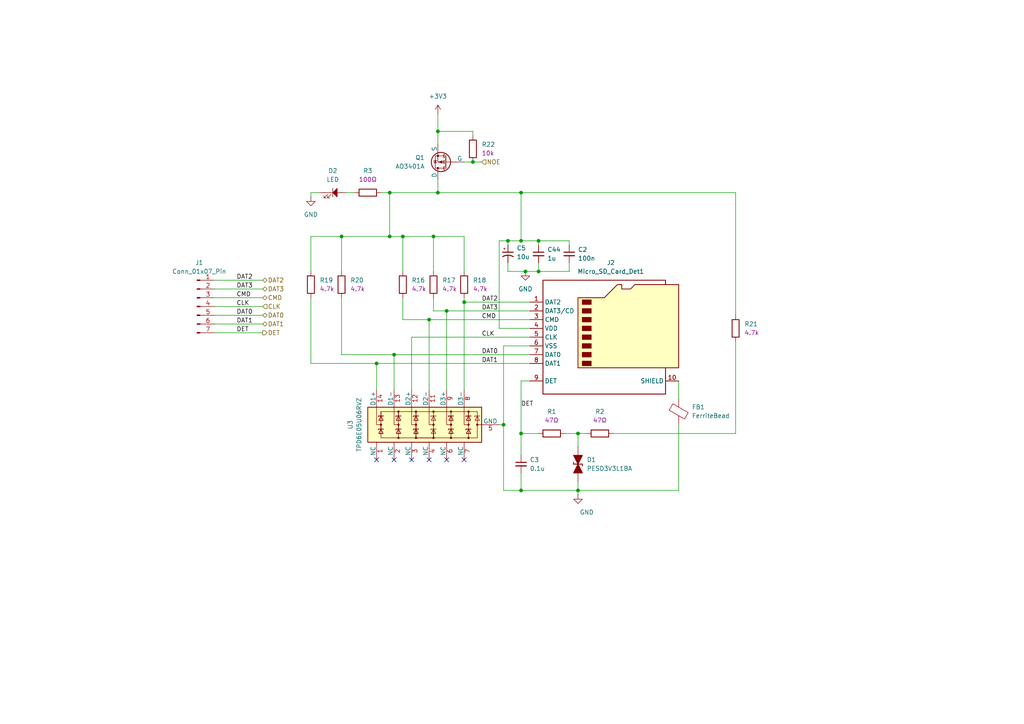
<source format=kicad_sch>
(kicad_sch (version 20250114) (generator "eeschema") (generator_version "9.0")
  (paper "A4")
  (lib_symbols
    (symbol "Connector:Conn_01x07_Pin" (pin_names (offset 1.016) (hide yes))
      (property "Reference" "J" (at 0 10.16 0))
      (property "Value" "Conn_01x07_Pin" (at 0 -10.16 0))
      (symbol "Conn_01x07_Pin_1_1"
        (rectangle (start 0.8636 7.747) (end 0 7.493) (stroke (width 0.1524)) (fill (type outline)))
        (rectangle (start 0.8636 5.207) (end 0 4.953) (stroke (width 0.1524)) (fill (type outline)))
        (rectangle (start 0.8636 2.667) (end 0 2.413) (stroke (width 0.1524)) (fill (type outline)))
        (rectangle (start 0.8636 0.127) (end 0 -0.127) (stroke (width 0.1524)) (fill (type outline)))
        (rectangle (start 0.8636 -2.413) (end 0 -2.667) (stroke (width 0.1524)) (fill (type outline)))
        (rectangle (start 0.8636 -4.953) (end 0 -5.207) (stroke (width 0.1524)) (fill (type outline)))
        (rectangle (start 0.8636 -7.493) (end 0 -7.747) (stroke (width 0.1524)) (fill (type outline)))
        (polyline (pts (xy 1.27 7.62) (xy 0.8636 7.62)) (stroke (width 0.1524)))
        (polyline (pts (xy 1.27 5.08) (xy 0.8636 5.08)) (stroke (width 0.1524)))
        (polyline (pts (xy 1.27 2.54) (xy 0.8636 2.54)) (stroke (width 0.1524)))
        (polyline (pts (xy 1.27 0) (xy 0.8636 0)) (stroke (width 0.1524)))
        (polyline (pts (xy 1.27 -2.54) (xy 0.8636 -2.54)) (stroke (width 0.1524)))
        (polyline (pts (xy 1.27 -5.08) (xy 0.8636 -5.08)) (stroke (width 0.1524)))
        (polyline (pts (xy 1.27 -7.62) (xy 0.8636 -7.62)) (stroke (width 0.1524)))
        (pin passive line (at 5.08 7.62 180) (length 3.81) (name "Pin_1") (number "1"))
        (pin passive line (at 5.08 5.08 180) (length 3.81) (name "Pin_2") (number "2"))
        (pin passive line (at 5.08 2.54 180) (length 3.81) (name "Pin_3") (number "3"))
        (pin passive line (at 5.08 0 180) (length 3.81) (name "Pin_4") (number "4"))
        (pin passive line (at 5.08 -2.54 180) (length 3.81) (name "Pin_5") (number "5"))
        (pin passive line (at 5.08 -5.08 180) (length 3.81) (name "Pin_6") (number "6"))
        (pin passive line (at 5.08 -7.62 180) (length 3.81) (name "Pin_7") (number "7"))
      )
    )
    (symbol "Connector:Micro_SD_Card_Det1"
      (property "Reference" "J" (at -16.51 17.78 0))
      (property "Value" "Micro_SD_Card_Det1" (at 16.51 17.78 0))
      (symbol "Micro_SD_Card_Det1_0_1"
        (polyline (pts (xy -8.89 -8.89) (xy -8.89 11.43) (xy -1.27 11.43) (xy 2.54 15.24) (xy 3.81 15.24) (xy 3.81 13.97) (xy 6.35 13.97) (xy 7.62 15.24) (xy 20.32 15.24) (xy 20.32 -8.89) (xy -8.89 -8.89)) (stroke (width 0.254)) (fill (type background)))
        (rectangle (start -7.62 10.795) (end -5.08 9.525) (stroke (width 0.254)) (fill (type outline)))
        (rectangle (start -7.62 8.255) (end -5.08 6.985) (stroke (width 0.254)) (fill (type outline)))
        (rectangle (start -7.62 5.715) (end -5.08 4.445) (stroke (width 0.254)) (fill (type outline)))
        (rectangle (start -7.62 3.175) (end -5.08 1.905) (stroke (width 0.254)) (fill (type outline)))
        (rectangle (start -7.62 0.635) (end -5.08 -0.635) (stroke (width 0.254)) (fill (type outline)))
        (rectangle (start -7.62 -1.905) (end -5.08 -3.175) (stroke (width 0.254)) (fill (type outline)))
        (rectangle (start -7.62 -4.445) (end -5.08 -5.715) (stroke (width 0.254)) (fill (type outline)))
        (rectangle (start -7.62 -6.985) (end -5.08 -8.255) (stroke (width 0.254)) (fill (type outline)))
        (polyline (pts (xy 16.51 15.24) (xy 16.51 16.51) (xy -19.05 16.51) (xy -19.05 -16.51) (xy 16.51 -16.51) (xy 16.51 -8.89)) (stroke (width 0.254)))
      )
      (symbol "Micro_SD_Card_Det1_1_1"
        (pin bidirectional line (at -22.86 10.16 0) (length 3.81) (name "DAT2") (number "1"))
        (pin bidirectional line (at -22.86 7.62 0) (length 3.81) (name "DAT3/CD") (number "2"))
        (pin input line (at -22.86 5.08 0) (length 3.81) (name "CMD") (number "3"))
        (pin power_in line (at -22.86 2.54 0) (length 3.81) (name "VDD") (number "4"))
        (pin input line (at -22.86 0 0) (length 3.81) (name "CLK") (number "5"))
        (pin power_in line (at -22.86 -2.54 0) (length 3.81) (name "VSS") (number "6"))
        (pin bidirectional line (at -22.86 -5.08 0) (length 3.81) (name "DAT0") (number "7"))
        (pin bidirectional line (at -22.86 -7.62 0) (length 3.81) (name "DAT1") (number "8"))
        (pin passive line (at -22.86 -12.7 0) (length 3.81) (name "DET") (number "9"))
        (pin passive line (at 20.32 -12.7 180) (length 3.81) (name "SHIELD") (number "10"))
      )
    )
    (symbol "Device:C_Polarized_Small_US" (pin_numbers (hide yes)) (pin_names (offset 0.254) (hide yes))
      (property "Reference" "C" (at 0.254 1.778 0))
      (property "Value" "C_Polarized_Small_US" (at 0.254 -2.032 0))
      (symbol "C_Polarized_Small_US_0_1"
        (polyline (pts (xy -1.524 0.508) (xy 1.524 0.508)) (stroke (width 0.3048)))
        (polyline (pts (xy -1.27 1.524) (xy -0.762 1.524)))
        (polyline (pts (xy -1.016 1.27) (xy -1.016 1.778)))
        (arc (start -1.524 -0.762) (mid 0 -0.3734) (end 1.524 -0.762) (stroke (width 0.3048)))
      )
      (symbol "C_Polarized_Small_US_1_1"
        (pin passive line (at 0 2.54 270) (length 2.032) (name "~") (number "1"))
        (pin passive line (at 0 -2.54 90) (length 2.032) (name "~") (number "2"))
      )
    )
    (symbol "Device:C_Small" (pin_numbers (hide yes)) (pin_names (offset 0.254) (hide yes))
      (property "Reference" "C" (at 0.254 1.778 0))
      (property "Value" "C_Small" (at 0.254 -2.032 0))
      (symbol "C_Small_0_1"
        (polyline (pts (xy -1.524 0.508) (xy 1.524 0.508)) (stroke (width 0.3048)))
        (polyline (pts (xy -1.524 -0.508) (xy 1.524 -0.508)) (stroke (width 0.3302)))
      )
      (symbol "C_Small_1_1"
        (pin passive line (at 0 2.54 270) (length 2.032) (name "~") (number "1"))
        (pin passive line (at 0 -2.54 90) (length 2.032) (name "~") (number "2"))
      )
    )
    (symbol "Device:FerriteBead" (pin_numbers (hide yes)) (pin_names (offset 0))
      (property "Reference" "FB" (at -3.81 0.635 90))
      (property "Value" "FerriteBead" (at 3.81 0 90))
      (symbol "FerriteBead_0_1"
        (polyline (pts (xy -2.7686 0.4064) (xy -1.7018 2.2606) (xy 2.7686 -0.3048) (xy 1.6764 -2.159) (xy -2.7686 0.4064)))
        (polyline (pts (xy 0 1.27) (xy 0 1.2954)))
        (polyline (pts (xy 0 -1.27) (xy 0 -1.2192)))
      )
      (symbol "FerriteBead_1_1"
        (pin passive line (at 0 3.81 270) (length 2.54) (name "~") (number "1"))
        (pin passive line (at 0 -3.81 90) (length 2.54) (name "~") (number "2"))
      )
    )
    (symbol "PCM_4ms_Resistor:100_0603" (pin_numbers (hide yes)) (pin_names (offset 0))
      (property "Reference" "R" (at 2.032 0 90))
      (property "Display" "100Ω" (at 3.81 0 90))
      (symbol "100_0603_0_1"
        (rectangle (start -1.016 -2.54) (end 1.016 2.54) (stroke (width 0.254)))
      )
      (symbol "100_0603_1_1"
        (pin passive line (at 0 3.81 270) (length 1.27) (name "~") (number "1"))
        (pin passive line (at 0 -3.81 90) (length 1.27) (name "~") (number "2"))
      )
    )
    (symbol "PCM_4ms_Resistor:10k_0402" (pin_numbers (hide yes)) (pin_names (offset 0))
      (property "Reference" "R" (at 2.032 0 90))
      (property "Display" "10k" (at 3.81 0 90))
      (symbol "10k_0402_0_1"
        (rectangle (start -1.016 -2.54) (end 1.016 2.54) (stroke (width 0.254)))
      )
      (symbol "10k_0402_1_1"
        (pin passive line (at 0 3.81 270) (length 1.27) (name "~") (number "1"))
        (pin passive line (at 0 -3.81 90) (length 1.27) (name "~") (number "2"))
      )
    )
    (symbol "PCM_4ms_Resistor:47R_0402" (pin_numbers (hide yes)) (pin_names (offset 0))
      (property "Reference" "R" (at 2.032 0 90))
      (property "Display" "47Ω" (at 3.81 0 90))
      (symbol "47R_0402_0_1"
        (rectangle (start -1.016 -2.54) (end 1.016 2.54) (stroke (width 0.254)))
      )
      (symbol "47R_0402_1_1"
        (pin passive line (at 0 3.81 270) (length 1.27) (name "~") (number "1"))
        (pin passive line (at 0 -3.81 90) (length 1.27) (name "~") (number "2"))
      )
    )
    (symbol "PCM_Diode_TVS_AKL:PESD3V3L1BA" (pin_numbers (hide yes)) (pin_names (offset 1.016) (hide yes))
      (property "Reference" "D" (at 0 5.08 0))
      (property "Value" "PESD3V3L1BA" (at 0 2.54 0))
      (symbol "PESD3V3L1BA_0_1"
        (polyline (pts (xy 0 1.27) (xy 0 -1.27)) (stroke (width 0.254)))
        (polyline (pts (xy 0 1.27) (xy 0.508 1.27)) (stroke (width 0.254)))
        (polyline (pts (xy 0 0) (xy -2.54 1.27) (xy -2.54 -1.27) (xy 0 0)) (stroke (width 0.254)) (fill (type outline)))
        (polyline (pts (xy 0 -1.27) (xy -0.508 -1.27)) (stroke (width 0.254)))
        (polyline (pts (xy 1.27 0) (xy -1.27 0)))
        (polyline (pts (xy 2.54 1.27) (xy 2.54 -1.27) (xy 0 0) (xy 2.54 1.27)) (stroke (width 0.254)) (fill (type outline)))
      )
      (symbol "PESD3V3L1BA_0_2"
        (polyline (pts (xy -3.81 -3.81) (xy 3.81 3.81)))
        (polyline (pts (xy -1.778 -1.778) (xy -2.667 -0.889) (xy 0 0) (xy -0.889 -2.667) (xy -1.778 -1.778)) (stroke (width 0.254)) (fill (type outline)))
        (polyline (pts (xy -0.889 0.889) (xy -1.27 0.508)) (stroke (width 0.254)))
        (polyline (pts (xy -0.889 0.889) (xy 0.889 -0.889)) (stroke (width 0.254)))
        (polyline (pts (xy 0.889 -0.889) (xy 1.27 -0.508)) (stroke (width 0.254)))
        (polyline (pts (xy 1.778 1.778) (xy 2.667 0.889) (xy 0 0) (xy 0.889 2.667) (xy 1.778 1.778)) (stroke (width 0.254)) (fill (type outline)))
      )
      (symbol "PESD3V3L1BA_1_1"
        (pin passive line (at -5.08 0 0) (length 2.54) (name "K") (number "1"))
        (pin passive line (at 5.08 0 180) (length 2.54) (name "A") (number "2"))
      )
      (symbol "PESD3V3L1BA_1_2"
        (pin passive line (at -3.81 -3.81 0) (length 0) (name "A") (number "2"))
        (pin passive line (at 3.81 3.81 180) (length 0) (name "K") (number "1"))
      )
    )
    (symbol "PCM_SL_Devices:LED"
      (property "Reference" "D" (at -0.508 5.334 0))
      (property "Value" "LED" (at -0.508 2.794 0))
      (symbol "LED_0_1"
        (polyline (pts (xy -1.27 0) (xy -2.54 0)))
        (polyline (pts (xy 0 1.27) (xy 0 -1.27)))
        (polyline (pts (xy 0 0) (xy -1.27 -1.27) (xy -1.27 1.27) (xy 0 0) (xy 1.27 0)) (fill (type outline)))
        (polyline (pts (xy 0.508 0.508) (xy 1.524 1.524)))
        (polyline (pts (xy 1.27 0) (xy 2.54 0)))
        (polyline (pts (xy 1.524 1.524) (xy 0.889 1.524)))
        (polyline (pts (xy 1.524 1.524) (xy 1.524 0.889)))
        (polyline (pts (xy 1.524 0.508) (xy 2.54 1.524)))
        (polyline (pts (xy 2.54 1.524) (xy 1.905 1.524)))
        (polyline (pts (xy 2.54 1.524) (xy 2.54 0.889)))
      )
      (symbol "LED_1_1"
        (pin passive line (at -3.81 0 0) (length 1.5) (name "") (number "2"))
        (pin passive line (at 3.81 0 180) (length 1.5) (name "~") (number "1"))
      )
    )
    (symbol "Power_Protection:TPD6E05U06RVZ" (pin_names (offset 0))
      (property "Reference" "U" (at -17.78 6.35 0))
      (property "Value" "TPD6E05U06RVZ" (at 22.86 7.62 0))
      (symbol "TPD6E05U06RVZ_0_1"
        (rectangle (start -15.24 5.08) (end 17.78 -5.08) (stroke (width 0.254)) (fill (type background)))
        (polyline (pts (xy -12.7 5.08) (xy -12.7 0) (xy -11.43 0)))
        (polyline (pts (xy -12.192 2.286) (xy -12.192 2.54) (xy -10.795 2.54) (xy -10.668 2.54)))
        (polyline (pts (xy -12.192 2.286) (xy -12.192 2.54) (xy -10.795 2.54) (xy -10.668 2.54)))
        (polyline (pts (xy -12.192 -1.524) (xy -12.192 -1.27) (xy -10.795 -1.27) (xy -10.668 -1.27)))
        (polyline (pts (xy -12.192 -1.524) (xy -12.192 -1.27) (xy -10.795 -1.27) (xy -10.668 -1.27)))
        (polyline (pts (xy -11.43 3.81) (xy -11.43 2.54)))
        (polyline (pts (xy -11.43 3.81) (xy -11.43 2.54)))
        (polyline (pts (xy -11.43 2.54) (xy -11.43 -1.27)))
        (polyline (pts (xy -11.43 2.54) (xy -10.795 1.27) (xy -12.065 1.27) (xy -11.43 2.54)))
        (polyline (pts (xy -11.43 2.54) (xy -10.795 1.27) (xy -12.065 1.27) (xy -11.43 2.54)))
        (circle (center -11.43 0) (radius 0.254) (fill (type outline)))
        (polyline (pts (xy -11.43 0) (xy -11.43 -1.27)))
        (polyline (pts (xy -11.43 -1.27) (xy -11.43 -3.81) (xy -6.35 -3.81) (xy -6.35 -1.27)))
        (polyline (pts (xy -11.43 -1.27) (xy -10.795 -2.54) (xy -12.065 -2.54) (xy -11.43 -1.27)))
        (polyline (pts (xy -11.43 -1.27) (xy -10.795 -2.54) (xy -12.065 -2.54) (xy -11.43 -1.27)))
        (polyline (pts (xy -7.62 5.08) (xy -7.62 0) (xy -6.35 0)))
        (polyline (pts (xy -7.112 2.286) (xy -7.112 2.54) (xy -5.715 2.54) (xy -5.588 2.54)))
        (polyline (pts (xy -7.112 2.286) (xy -7.112 2.54) (xy -5.715 2.54) (xy -5.588 2.54)))
        (polyline (pts (xy -7.112 -1.524) (xy -7.112 -1.27) (xy -5.715 -1.27) (xy -5.588 -1.27)))
        (polyline (pts (xy -7.112 -1.524) (xy -7.112 -1.27) (xy -5.715 -1.27) (xy -5.588 -1.27)))
        (circle (center -6.35 3.81) (radius 0.254) (fill (type outline)))
        (polyline (pts (xy -6.35 3.81) (xy -6.35 2.54)))
        (polyline (pts (xy -6.35 3.81) (xy -6.35 2.54)))
        (polyline (pts (xy -6.35 2.54) (xy -6.35 -1.27)))
        (polyline (pts (xy -6.35 2.54) (xy -5.715 1.27) (xy -6.985 1.27) (xy -6.35 2.54)))
        (polyline (pts (xy -6.35 2.54) (xy -5.715 1.27) (xy -6.985 1.27) (xy -6.35 2.54)))
        (circle (center -6.35 0) (radius 0.254) (fill (type outline)))
        (polyline (pts (xy -6.35 0) (xy -6.35 -1.27)))
        (polyline (pts (xy -6.35 -1.27) (xy -5.715 -2.54) (xy -6.985 -2.54) (xy -6.35 -1.27)))
        (polyline (pts (xy -6.35 -1.27) (xy -5.715 -2.54) (xy -6.985 -2.54) (xy -6.35 -1.27)))
        (circle (center -6.35 -3.81) (radius 0.254) (fill (type outline)))
        (polyline (pts (xy -2.54 5.08) (xy -2.54 0) (xy -1.27 0)))
        (polyline (pts (xy -2.032 2.286) (xy -2.032 2.54) (xy -0.635 2.54) (xy -0.508 2.54)))
        (polyline (pts (xy -2.032 2.286) (xy -2.032 2.54) (xy -0.635 2.54) (xy -0.508 2.54)))
        (polyline (pts (xy -2.032 -1.524) (xy -2.032 -1.27) (xy -0.635 -1.27) (xy -0.508 -1.27)))
        (polyline (pts (xy -2.032 -1.524) (xy -2.032 -1.27) (xy -0.635 -1.27) (xy -0.508 -1.27)))
        (circle (center -1.27 3.81) (radius 0.254) (fill (type outline)))
        (polyline (pts (xy -1.27 3.81) (xy -1.27 2.54)))
        (polyline (pts (xy -1.27 3.81) (xy -1.27 2.54)))
        (polyline (pts (xy -1.27 2.54) (xy -1.27 -1.27)))
        (polyline (pts (xy -1.27 2.54) (xy -0.635 1.27) (xy -1.905 1.27) (xy -1.27 2.54)))
        (polyline (pts (xy -1.27 2.54) (xy -0.635 1.27) (xy -1.905 1.27) (xy -1.27 2.54)))
        (circle (center -1.27 0) (radius 0.254) (fill (type outline)))
        (polyline (pts (xy -1.27 0) (xy -1.27 -1.27)))
        (polyline (pts (xy -1.27 -1.27) (xy -1.27 -3.81) (xy 3.81 -3.81) (xy 3.81 -1.27)))
        (polyline (pts (xy -1.27 -1.27) (xy -1.27 -3.81) (xy 3.81 -3.81) (xy 3.81 -1.27)))
        (polyline (pts (xy -1.27 -1.27) (xy -0.635 -2.54) (xy -1.905 -2.54) (xy -1.27 -1.27)))
        (polyline (pts (xy -1.27 -1.27) (xy -0.635 -2.54) (xy -1.905 -2.54) (xy -1.27 -1.27)))
        (circle (center -1.27 -3.81) (radius 0.254) (fill (type outline)))
        (polyline (pts (xy -1.27 -3.81) (xy -6.35 -3.81)))
        (polyline (pts (xy 2.54 5.08) (xy 2.54 0) (xy 3.81 0)))
        (polyline (pts (xy 3.81 3.81) (xy 3.81 2.54)))
        (circle (center 3.81 3.81) (radius 0.254) (fill (type outline)))
        (circle (center 3.81 0) (radius 0.254) (fill (type outline)))
        (polyline (pts (xy 3.81 -3.81) (xy 3.81 2.54)))
        (polyline (pts (xy 3.81 -3.81) (xy 8.89 -3.81)))
        (circle (center 3.81 -3.81) (radius 0.254) (fill (type outline)))
        (polyline (pts (xy 4.445 2.54) (xy 4.572 2.54)))
        (polyline (pts (xy 4.445 2.54) (xy 3.048 2.54) (xy 3.048 2.286)))
        (polyline (pts (xy 4.445 1.27) (xy 3.175 1.27) (xy 3.81 2.54) (xy 4.445 1.27)))
        (polyline (pts (xy 4.445 -1.27) (xy 4.572 -1.27)))
        (polyline (pts (xy 4.445 -1.27) (xy 3.048 -1.27) (xy 3.048 -1.524)))
        (polyline (pts (xy 4.445 -2.54) (xy 3.175 -2.54) (xy 3.81 -1.27) (xy 4.445 -2.54)))
        (polyline (pts (xy 7.62 5.08) (xy 7.62 0) (xy 8.89 0)))
        (polyline (pts (xy 8.128 2.286) (xy 8.128 2.54) (xy 9.525 2.54) (xy 9.652 2.54)))
        (polyline (pts (xy 8.128 2.286) (xy 8.128 2.54) (xy 9.525 2.54) (xy 9.652 2.54)))
        (polyline (pts (xy 8.128 -1.524) (xy 8.128 -1.27) (xy 9.525 -1.27) (xy 9.652 -1.27)))
        (polyline (pts (xy 8.128 -1.524) (xy 8.128 -1.27) (xy 9.525 -1.27) (xy 9.652 -1.27)))
        (polyline (pts (xy 8.89 3.81) (xy 8.89 2.54)))
        (circle (center 8.89 3.81) (radius 0.254) (fill (type outline)))
        (polyline (pts (xy 8.89 2.54) (xy 8.89 -1.27)))
        (polyline (pts (xy 8.89 2.54) (xy 8.255 1.27) (xy 9.525 1.27) (xy 8.89 2.54)))
        (polyline (pts (xy 8.89 2.54) (xy 8.255 1.27) (xy 9.525 1.27) (xy 8.89 2.54)))
        (circle (center 8.89 0) (radius 0.254) (fill (type outline)))
        (polyline (pts (xy 8.89 -1.27) (xy 8.255 -2.54) (xy 9.525 -2.54) (xy 8.89 -1.27)))
        (polyline (pts (xy 8.89 -1.27) (xy 8.255 -2.54) (xy 9.525 -2.54) (xy 8.89 -1.27)))
        (polyline (pts (xy 8.89 -1.27) (xy 8.89 -3.81) (xy 13.97 -3.81) (xy 13.97 -1.27)))
        (circle (center 8.89 -3.81) (radius 0.254) (fill (type outline)))
        (polyline (pts (xy 12.7 5.08) (xy 12.7 0) (xy 13.97 0)))
        (polyline (pts (xy 13.208 2.286) (xy 13.208 2.54) (xy 14.605 2.54) (xy 14.732 2.54)))
        (polyline (pts (xy 13.208 2.286) (xy 13.208 2.54) (xy 14.605 2.54) (xy 14.732 2.54)))
        (polyline (pts (xy 13.208 -1.524) (xy 13.208 -1.27) (xy 14.605 -1.27) (xy 14.732 -1.27)))
        (polyline (pts (xy 13.208 -1.524) (xy 13.208 -1.27) (xy 14.605 -1.27) (xy 14.732 -1.27)))
        (polyline (pts (xy 13.97 3.81) (xy 13.97 2.54)))
        (polyline (pts (xy 13.97 3.81) (xy 13.97 2.54)))
        (circle (center 13.97 3.81) (radius 0.254) (fill (type outline)))
        (polyline (pts (xy 13.97 2.54) (xy 13.97 -1.27)))
        (polyline (pts (xy 13.97 2.54) (xy 13.335 1.27) (xy 14.605 1.27) (xy 13.97 2.54)))
        (polyline (pts (xy 13.97 2.54) (xy 13.335 1.27) (xy 14.605 1.27) (xy 13.97 2.54)))
        (circle (center 13.97 0) (radius 0.254) (fill (type outline)))
        (polyline (pts (xy 13.97 -1.27) (xy 13.335 -2.54) (xy 14.605 -2.54) (xy 13.97 -1.27)))
        (polyline (pts (xy 13.97 -1.27) (xy 13.335 -2.54) (xy 14.605 -2.54) (xy 13.97 -1.27)))
        (circle (center 13.97 -3.81) (radius 0.254) (fill (type outline)))
        (polyline (pts (xy 15.748 2.286) (xy 15.748 2.54) (xy 17.145 2.54) (xy 17.272 2.54)))
        (polyline (pts (xy 16.51 3.81) (xy -11.43 3.81)))
        (polyline (pts (xy 16.51 3.81) (xy 16.51 0.635)))
        (polyline (pts (xy 16.51 2.54) (xy 17.145 1.27) (xy 15.875 1.27) (xy 16.51 2.54)))
        (polyline (pts (xy 16.51 0.635) (xy 16.51 -3.81)))
        (circle (center 16.51 0) (radius 0.254) (fill (type outline)))
        (polyline (pts (xy 16.51 -3.81) (xy 13.97 -3.81)))
        (polyline (pts (xy 17.78 0) (xy 16.51 0)))
      )
      (symbol "TPD6E05U06RVZ_1_1"
        (pin passive line (at -12.7 10.16 270) (length 5.08) (name "D1+") (number "14"))
        (pin free line (at -12.7 -10.16 90) (length 5.08) (name "NC") (number "1"))
        (pin passive line (at -7.62 10.16 270) (length 5.08) (name "D1-") (number "13"))
        (pin free line (at -7.62 -10.16 90) (length 5.08) (name "NC") (number "2"))
        (pin passive line (at -2.54 10.16 270) (length 5.08) (name "D2+") (number "12"))
        (pin free line (at -2.54 -10.16 90) (length 5.08) (name "NC") (number "3"))
        (pin passive line (at 2.54 10.16 270) (length 5.08) (name "D2-") (number "11"))
        (pin free line (at 2.54 -10.16 90) (length 5.08) (name "NC") (number "4"))
        (pin passive line (at 7.62 10.16 270) (length 5.08) (name "D3+") (number "9"))
        (pin free line (at 7.62 -10.16 90) (length 5.08) (name "NC") (number "6"))
        (pin passive line (at 12.7 10.16 270) (length 5.08) (name "D3-") (number "8"))
        (pin free line (at 12.7 -10.16 90) (length 5.08) (name "NC") (number "7"))
        (pin passive line (at 22.86 0 180) (length 5.08) (hide yes) (name "GND") (number "10"))
        (pin power_in line (at 22.86 0 180) (length 5.08) (name "GND") (number "5"))
      )
    )
    (symbol "Simulation_SPICE:PMOS" (pin_numbers (hide yes)) (pin_names (offset 0))
      (property "Reference" "Q" (at 5.08 1.27 0))
      (property "Value" "PMOS" (at 5.08 -1.27 0))
      (symbol "PMOS_0_1"
        (polyline (pts (xy 0.254 1.905) (xy 0.254 -1.905)) (stroke (width 0.254)))
        (polyline (pts (xy 0.254 0) (xy -2.54 0)))
        (polyline (pts (xy 0.762 2.286) (xy 0.762 1.27)) (stroke (width 0.254)))
        (polyline (pts (xy 0.762 1.778) (xy 3.302 1.778) (xy 3.302 -1.778) (xy 0.762 -1.778)))
        (polyline (pts (xy 0.762 0.508) (xy 0.762 -0.508)) (stroke (width 0.254)))
        (polyline (pts (xy 0.762 -1.27) (xy 0.762 -2.286)) (stroke (width 0.254)))
        (circle (center 1.651 0) (radius 2.794) (stroke (width 0.254)))
        (polyline (pts (xy 2.286 0) (xy 1.27 0.381) (xy 1.27 -0.381) (xy 2.286 0)) (fill (type outline)))
        (polyline (pts (xy 2.54 2.54) (xy 2.54 1.778)))
        (circle (center 2.54 1.778) (radius 0.254) (fill (type outline)))
        (circle (center 2.54 -1.778) (radius 0.254) (fill (type outline)))
        (polyline (pts (xy 2.54 -2.54) (xy 2.54 0) (xy 0.762 0)))
        (polyline (pts (xy 2.794 -0.508) (xy 2.921 -0.381) (xy 3.683 -0.381) (xy 3.81 -0.254)))
        (polyline (pts (xy 3.302 -0.381) (xy 2.921 0.254) (xy 3.683 0.254) (xy 3.302 -0.381)))
      )
      (symbol "PMOS_1_1"
        (pin input line (at -5.08 0 0) (length 2.54) (name "G") (number "2"))
        (pin passive line (at 2.54 5.08 270) (length 2.54) (name "D") (number "1"))
        (pin passive line (at 2.54 -5.08 90) (length 2.54) (name "S") (number "3"))
      )
    )
    (symbol "power:+3V3" (power) (pin_numbers (hide yes)) (pin_names (offset 0) (hide yes))
      (property "Value" "+3V3" (at 0 3.556 0))
      (symbol "+3V3_0_1"
        (polyline (pts (xy -0.762 1.27) (xy 0 2.54)))
        (polyline (pts (xy 0 2.54) (xy 0.762 1.27)))
        (polyline (pts (xy 0 0) (xy 0 2.54)))
      )
      (symbol "+3V3_1_1"
        (pin power_in line (at 0 0 90) (length 0) (name "~") (number "1"))
      )
    )
    (symbol "power:GND" (power) (pin_numbers (hide yes)) (pin_names (offset 0) (hide yes))
      (property "Value" "GND" (at 0 -3.81 0))
      (symbol "GND_0_1"
        (polyline (pts (xy 0 0) (xy 0 -1.27) (xy 1.27 -1.27) (xy 0 -2.54) (xy -1.27 -1.27) (xy 0 -1.27)))
      )
      (symbol "GND_1_1"
        (pin power_in line (at 0 0 270) (length 0) (name "~") (number "1"))
      )
    )
  )
  (junction (at 116.84 68.58))
  (junction (at 151.13 125.73))
  (junction (at 134.62 87.63))
  (junction (at 114.3 102.87))
  (junction (at 109.22 105.41))
  (junction (at 156.21 78.74))
  (junction (at 156.21 69.85))
  (junction (at 167.64 125.73))
  (junction (at 113.03 68.58))
  (junction (at 99.06 68.58))
  (junction (at 151.13 55.88))
  (junction (at 127 55.88))
  (junction (at 151.13 142.24))
  (junction (at 167.64 142.24))
  (junction (at 146.05 123.19))
  (junction (at 127 38.1))
  (junction (at 137.16 46.99))
  (junction (at 125.73 68.58))
  (junction (at 129.54 90.17))
  (junction (at 152.4 78.74))
  (junction (at 147.32 69.85))
  (junction (at 151.13 69.85))
  (junction (at 124.46 92.71))
  (junction (at 113.03 55.88))
  (no_connect (at 134.62 133.35))
  (no_connect (at 129.54 133.35))
  (no_connect (at 114.3 133.35))
  (no_connect (at 124.46 133.35))
  (no_connect (at 109.22 133.35))
  (no_connect (at 119.38 133.35))
  (wire (pts (xy 153.67 90.17) (xy 129.54 90.17)))
  (wire (pts (xy 144.78 95.25) (xy 144.78 69.85)))
  (wire (pts (xy 151.13 69.85) (xy 147.32 69.85)))
  (wire (pts (xy 116.84 92.71) (xy 116.84 86.36)))
  (wire (pts (xy 146.05 100.33) (xy 146.05 123.19)))
  (wire (pts (xy 196.85 110.49) (xy 196.85 115.57)))
  (wire (pts (xy 153.67 87.63) (xy 134.62 87.63)))
  (wire (pts (xy 125.73 68.58) (xy 134.62 68.58)))
  (wire (pts (xy 124.46 92.71) (xy 124.46 113.03)))
  (wire (pts (xy 62.23 96.52) (xy 76.2 96.52)))
  (wire (pts (xy 62.23 93.98) (xy 76.2 93.98)))
  (wire (pts (xy 153.67 110.49) (xy 151.13 110.49)))
  (wire (pts (xy 146.05 123.19) (xy 144.78 123.19)))
  (wire (pts (xy 116.84 78.74) (xy 116.84 68.58)))
  (wire (pts (xy 62.23 81.28) (xy 76.2 81.28)))
  (wire (pts (xy 151.13 137.16) (xy 151.13 142.24)))
  (wire (pts (xy 165.1 69.85) (xy 156.21 69.85)))
  (wire (pts (xy 129.54 90.17) (xy 129.54 113.03)))
  (wire (pts (xy 152.4 78.74) (xy 156.21 78.74)))
  (wire (pts (xy 134.62 46.99) (xy 137.16 46.99)))
  (wire (pts (xy 137.16 46.99) (xy 139.7 46.99)))
  (wire (pts (xy 127 33.02) (xy 127 38.1)))
  (wire (pts (xy 134.62 87.63) (xy 134.62 86.36)))
  (wire (pts (xy 99.06 68.58) (xy 113.03 68.58)))
  (wire (pts (xy 127 55.88) (xy 151.13 55.88)))
  (wire (pts (xy 125.73 68.58) (xy 125.73 78.74)))
  (wire (pts (xy 114.3 102.87) (xy 114.3 113.03)))
  (wire (pts (xy 153.67 92.71) (xy 124.46 92.71)))
  (wire (pts (xy 156.21 69.85) (xy 156.21 71.12)))
  (wire (pts (xy 177.8 125.73) (xy 213.36 125.73)))
  (wire (pts (xy 110.49 55.88) (xy 113.03 55.88)))
  (wire (pts (xy 213.36 91.44) (xy 213.36 55.88)))
  (wire (pts (xy 151.13 125.73) (xy 151.13 132.08)))
  (wire (pts (xy 167.64 125.73) (xy 167.64 129.54)))
  (wire (pts (xy 119.38 97.79) (xy 119.38 113.03)))
  (wire (pts (xy 151.13 55.88) (xy 213.36 55.88)))
  (wire (pts (xy 62.23 86.36) (xy 76.2 86.36)))
  (wire (pts (xy 153.67 105.41) (xy 109.22 105.41)))
  (wire (pts (xy 147.32 78.74) (xy 152.4 78.74)))
  (wire (pts (xy 100.33 55.88) (xy 102.87 55.88)))
  (wire (pts (xy 114.3 102.87) (xy 99.06 102.87)))
  (wire (pts (xy 109.22 105.41) (xy 90.17 105.41)))
  (wire (pts (xy 124.46 92.71) (xy 116.84 92.71)))
  (wire (pts (xy 99.06 102.87) (xy 99.06 86.36)))
  (wire (pts (xy 151.13 125.73) (xy 156.21 125.73)))
  (wire (pts (xy 62.23 91.44) (xy 76.2 91.44)))
  (wire (pts (xy 62.23 83.82) (xy 76.2 83.82)))
  (wire (pts (xy 90.17 105.41) (xy 90.17 86.36)))
  (wire (pts (xy 167.64 142.24) (xy 167.64 143.51)))
  (wire (pts (xy 167.64 125.73) (xy 170.18 125.73)))
  (wire (pts (xy 113.03 68.58) (xy 116.84 68.58)))
  (wire (pts (xy 90.17 68.58) (xy 99.06 68.58)))
  (wire (pts (xy 213.36 125.73) (xy 213.36 99.06)))
  (wire (pts (xy 134.62 78.74) (xy 134.62 68.58)))
  (wire (pts (xy 137.16 39.37) (xy 137.16 38.1)))
  (wire (pts (xy 156.21 76.2) (xy 156.21 78.74)))
  (wire (pts (xy 116.84 68.58) (xy 125.73 68.58)))
  (wire (pts (xy 151.13 55.88) (xy 151.13 69.85)))
  (wire (pts (xy 156.21 78.74) (xy 165.1 78.74)))
  (wire (pts (xy 127 52.07) (xy 127 55.88)))
  (wire (pts (xy 165.1 71.12) (xy 165.1 69.85)))
  (wire (pts (xy 156.21 69.85) (xy 151.13 69.85)))
  (wire (pts (xy 165.1 78.74) (xy 165.1 76.2)))
  (wire (pts (xy 99.06 68.58) (xy 99.06 78.74)))
  (wire (pts (xy 151.13 142.24) (xy 167.64 142.24)))
  (wire (pts (xy 127 38.1) (xy 127 41.91)))
  (wire (pts (xy 125.73 90.17) (xy 125.73 86.36)))
  (wire (pts (xy 153.67 100.33) (xy 146.05 100.33)))
  (wire (pts (xy 167.64 142.24) (xy 196.85 142.24)))
  (wire (pts (xy 151.13 110.49) (xy 151.13 125.73)))
  (wire (pts (xy 90.17 78.74) (xy 90.17 68.58)))
  (wire (pts (xy 146.05 123.19) (xy 146.05 142.24)))
  (wire (pts (xy 62.23 88.9) (xy 76.2 88.9)))
  (wire (pts (xy 129.54 90.17) (xy 125.73 90.17)))
  (wire (pts (xy 134.62 87.63) (xy 134.62 113.03)))
  (wire (pts (xy 144.78 69.85) (xy 147.32 69.85)))
  (wire (pts (xy 127 38.1) (xy 137.16 38.1)))
  (wire (pts (xy 153.67 102.87) (xy 114.3 102.87)))
  (wire (pts (xy 113.03 55.88) (xy 113.03 68.58)))
  (wire (pts (xy 146.05 142.24) (xy 151.13 142.24)))
  (wire (pts (xy 153.67 95.25) (xy 144.78 95.25)))
  (wire (pts (xy 147.32 76.2) (xy 147.32 78.74)))
  (wire (pts (xy 196.85 123.19) (xy 196.85 142.24)))
  (wire (pts (xy 147.32 69.85) (xy 147.32 71.12)))
  (wire (pts (xy 167.64 139.7) (xy 167.64 142.24)))
  (wire (pts (xy 109.22 105.41) (xy 109.22 113.03)))
  (wire (pts (xy 163.83 125.73) (xy 167.64 125.73)))
  (wire (pts (xy 90.17 55.88) (xy 92.71 55.88)))
  (wire (pts (xy 90.17 57.15) (xy 90.17 55.88)))
  (wire (pts (xy 153.67 97.79) (xy 119.38 97.79)))
  (wire (pts (xy 113.03 55.88) (xy 127 55.88)))
  (label "DAT2" (at 68.58 81.28 0))
  (label "DAT3" (at 68.58 83.82 0))
  (label "DAT1" (at 139.7 105.41 0))
  (label "DAT3" (at 139.7 90.17 0))
  (label "CMD" (at 68.58 86.36 0))
  (label "CLK" (at 139.7 97.79 0))
  (label "DAT0" (at 139.7 102.87 0))
  (label "DAT1" (at 68.58 93.98 0))
  (label "DAT2" (at 139.7 87.63 0))
  (label "DET" (at 151.13 118.11 0))
  (label "CMD" (at 139.7 92.71 0))
  (label "DET" (at 68.58 96.52 0))
  (label "DAT0" (at 68.58 91.44 0))
  (label "CLK" (at 68.58 88.9 0))
  (hierarchical_label "DET" (shape output) (at 76.2 96.52 0))
  (hierarchical_label "DAT0" (shape bidirectional) (at 76.2 91.44 0))
  (hierarchical_label "DAT1" (shape bidirectional) (at 76.2 93.98 0))
  (hierarchical_label "NOE" (shape input) (at 139.7 46.99 0))
  (hierarchical_label "DAT2" (shape bidirectional) (at 76.2 81.28 0))
  (hierarchical_label "CMD" (shape bidirectional) (at 76.2 86.36 0))
  (hierarchical_label "CLK" (shape input) (at 76.2 88.9 0))
  (hierarchical_label "DAT3" (shape bidirectional) (at 76.2 83.82 0))
  (symbol (lib_id "Device:C_Small") (at 151.13 134.62 0) (unit 1)
    (property "Reference" "C3" (at 153.67 133.3562 0) (effects (justify left)))
    (property "Value" "0.1u" (at 153.67 135.8962 0) (effects (justify left)))
    (property "Description" "Unpolarized capacitor, small symbol" (effects (hide yes)))
  )
  (symbol (lib_id "power:GND") (at 167.64 143.51 0) (unit 1)
    (property "Reference" "#PWR07" (effects (hide yes)))
    (property "Value" "GND" (at 170.18 148.59 0))
    (property "Description" "Power symbol creates a global label with name \"GND\" , ground" (effects (hide yes)))
  )
  (symbol (lib_id "PCM_4ms_Resistor:47R_0402") (at 173.99 125.73 90) (unit 1)
    (property "Reference" "R2" (at 173.99 119.38 90))
    (property "Value" "47R_0402" (effects (hide yes)))
    (property "Footprint" "Resistor_SMD:R_0402_1005Metric" (effects (hide yes)))
    (property "Description" "47Ω, 1%, 1/16W, 0603" (effects (hide yes)))
    (property "Specifications" "47Ω, 1%, 1/10W, 0402" (effects (hide yes)))
    (property "Manufacturer" "Yageo" (effects (hide yes)))
    (property "Part Number" "RT0402FRE0747RL" (effects (hide yes)))
    (property "Display" "47Ω" (at 173.99 121.92 90))
    (property "JLCPCB ID" "C25118" (effects (hide yes)))
    (property "Manufacturer 2" "Panasonic" (effects (hide yes)))
    (property "Part Number 2" "ERJ2RKD47R0X" (effects (hide yes)))
  )
  (symbol (lib_id "PCM_4ms_Resistor:10k_0402") (at 116.84 82.55 0) (unit 1)
    (property "Reference" "R16" (at 119.38 81.2799 0) (effects (justify left)))
    (property "Value" "10k_0402" (effects (hide yes)))
    (property "Footprint" "Resistor_SMD:R_0402_1005Metric" (effects (hide yes)))
    (property "Description" "10k, 1%, 1/16W, 0603" (effects (hide yes)))
    (property "Specifications" "10k, 1%, 1/10W, 0402" (effects (hide yes)))
    (property "Manufacturer" "Yageo" (effects (hide yes)))
    (property "Part Number" "RT0402FRE0710KL" (effects (hide yes)))
    (property "Display" "4.7k" (at 119.38 83.8199 0) (effects (justify left)))
    (property "Manufacturer 2" "Yageo" (effects (hide yes)))
    (property "Part Number 2" "RT0402DRE0710KL" (effects (hide yes)))
  )
  (symbol (lib_id "Connector:Conn_01x07_Pin") (at 57.15 88.9 0) (unit 1)
    (property "Reference" "J1" (at 57.785 76.2 0))
    (property "Value" "Conn_01x07_Pin" (at 57.785 78.74 0))
    (property "Footprint" "Connector_PinSocket_2.54mm:PinSocket_1x07_P2.54mm_Vertical" (effects (hide yes)))
    (property "Description" "Generic connector, single row, 01x07, script generated" (effects (hide yes)))
  )
  (symbol (lib_id "Power_Protection:TPD6E05U06RVZ") (at 121.92 123.19 0) (unit 1)
    (property "Reference" "U3" (at 101.6 123.19 90))
    (property "Value" "TPD6E05U06RVZ" (at 104.14 123.19 90))
    (property "Footprint" "Package_SON:Texas_R-PUSON-N14" (effects (hide yes)))
    (property "Datasheet" "https://www.ti.com/lit/ds/symlink/tpd1e05u06.pdf" (effects (hide yes)))
    (property "Description" "6-Channel ESD Protection for Super-Speed USB 3.0 Interface, USON-14" (effects (hide yes)))
  )
  (symbol (lib_id "PCM_SL_Devices:LED") (at 96.52 55.88 180) (unit 1)
    (property "Reference" "D2" (at 96.52 49.53 0))
    (property "Value" "LED" (at 96.52 52.07 0))
    (property "Footprint" "LED_THT:LED_D5.0mm" (effects (hide yes)))
    (property "Description" "Common 5mm diameter LED" (effects (hide yes)))
  )
  (symbol (lib_id "power:GND") (at 152.4 78.74 0) (unit 1)
    (property "Reference" "#PWR05" (effects (hide yes)))
    (property "Value" "GND" (at 152.4 83.82 0))
    (property "Description" "Power symbol creates a global label with name \"GND\" , ground" (effects (hide yes)))
  )
  (symbol (lib_id "PCM_4ms_Resistor:10k_0402") (at 213.36 95.25 0) (unit 1)
    (property "Reference" "R21" (at 215.9 93.9799 0) (effects (justify left)))
    (property "Value" "10k_0402" (effects (hide yes)))
    (property "Footprint" "Resistor_SMD:R_0402_1005Metric" (effects (hide yes)))
    (property "Description" "10k, 1%, 1/16W, 0603" (effects (hide yes)))
    (property "Specifications" "10k, 1%, 1/10W, 0402" (effects (hide yes)))
    (property "Manufacturer" "Yageo" (effects (hide yes)))
    (property "Part Number" "RT0402FRE0710KL" (effects (hide yes)))
    (property "Display" "4.7k" (at 215.9 96.5199 0) (effects (justify left)))
    (property "Manufacturer 2" "Yageo" (effects (hide yes)))
    (property "Part Number 2" "RT0402DRE0710KL" (effects (hide yes)))
  )
  (symbol (lib_id "PCM_4ms_Resistor:10k_0402") (at 137.16 43.18 0) (unit 1)
    (property "Reference" "R22" (at 139.7 41.9099 0) (effects (justify left)))
    (property "Value" "10k_0402" (effects (hide yes)))
    (property "Footprint" "Resistor_SMD:R_0402_1005Metric" (effects (hide yes)))
    (property "Description" "10k, 1%, 1/16W, 0603" (effects (hide yes)))
    (property "Specifications" "10k, 1%, 1/10W, 0402" (effects (hide yes)))
    (property "Manufacturer" "Yageo" (effects (hide yes)))
    (property "Part Number" "RT0402FRE0710KL" (effects (hide yes)))
    (property "Display" "10k" (at 139.7 44.4499 0) (effects (justify left)))
    (property "Manufacturer 2" "Yageo" (effects (hide yes)))
    (property "Part Number 2" "RT0402DRE0710KL" (effects (hide yes)))
  )
  (symbol (lib_id "PCM_4ms_Resistor:100_0603") (at 106.68 55.88 90) (unit 1)
    (property "Reference" "R3" (at 106.68 49.53 90))
    (property "Value" "100_0603" (effects (hide yes)))
    (property "Footprint" "4ms_Resistor:R_0603" (effects (hide yes)))
    (property "Description" "100Ω, 1%, 1/10W, 0603" (effects (hide yes)))
    (property "Specifications" "100Ω, 1%, 1/10W, 0603" (effects (hide yes)))
    (property "Manufacturer" "Yageo" (effects (hide yes)))
    (property "Part Number" "RC0603FR-07100RL" (effects (hide yes)))
    (property "Display" "100Ω" (at 106.68 52.07 90))
    (property "JLCPCB ID" "C22775" (effects (hide yes)))
  )
  (symbol (lib_id "Device:FerriteBead") (at 196.85 119.38 0) (unit 1)
    (property "Reference" "FB1" (at 200.66 118.0591 0) (effects (justify left)))
    (property "Value" "FerriteBead" (at 200.66 120.5991 0) (effects (justify left)))
    (property "Description" "Ferrite bead" (effects (hide yes)))
  )
  (symbol (lib_id "PCM_4ms_Resistor:10k_0402") (at 90.17 82.55 0) (unit 1)
    (property "Reference" "R19" (at 92.71 81.2799 0) (effects (justify left)))
    (property "Value" "10k_0402" (effects (hide yes)))
    (property "Footprint" "Resistor_SMD:R_0402_1005Metric" (effects (hide yes)))
    (property "Description" "10k, 1%, 1/16W, 0603" (effects (hide yes)))
    (property "Specifications" "10k, 1%, 1/10W, 0402" (effects (hide yes)))
    (property "Manufacturer" "Yageo" (effects (hide yes)))
    (property "Part Number" "RT0402FRE0710KL" (effects (hide yes)))
    (property "Display" "4.7k" (at 92.71 83.8199 0) (effects (justify left)))
    (property "Manufacturer 2" "Yageo" (effects (hide yes)))
    (property "Part Number 2" "RT0402DRE0710KL" (effects (hide yes)))
  )
  (symbol (lib_id "PCM_4ms_Resistor:10k_0402") (at 125.73 82.55 0) (unit 1)
    (property "Reference" "R17" (at 128.27 81.2799 0) (effects (justify left)))
    (property "Value" "10k_0402" (effects (hide yes)))
    (property "Footprint" "Resistor_SMD:R_0402_1005Metric" (effects (hide yes)))
    (property "Description" "10k, 1%, 1/16W, 0603" (effects (hide yes)))
    (property "Specifications" "10k, 1%, 1/10W, 0402" (effects (hide yes)))
    (property "Manufacturer" "Yageo" (effects (hide yes)))
    (property "Part Number" "RT0402FRE0710KL" (effects (hide yes)))
    (property "Display" "4.7k" (at 128.27 83.8199 0) (effects (justify left)))
    (property "Manufacturer 2" "Yageo" (effects (hide yes)))
    (property "Part Number 2" "RT0402DRE0710KL" (effects (hide yes)))
  )
  (symbol (lib_id "power:+3V3") (at 127 33.02 0) (unit 1)
    (property "Reference" "#PWR02" (effects (hide yes)))
    (property "Value" "+3V3" (at 127 27.94 0))
    (property "Description" "Power symbol creates a global label with name \"+3V3\"" (effects (hide yes)))
  )
  (symbol (lib_id "Device:C_Small") (at 165.1 73.66 0) (unit 1)
    (property "Reference" "C2" (at 167.64 72.3962 0) (effects (justify left)))
    (property "Value" "100n" (at 167.64 74.9362 0) (effects (justify left)))
    (property "Description" "Unpolarized capacitor, small symbol" (effects (hide yes)))
  )
  (symbol (lib_id "Connector:Micro_SD_Card_Det1") (at 176.53 97.79 0) (unit 1)
    (property "Reference" "J2" (at 177.165 76.2 0))
    (property "Value" "Micro_SD_Card_Det1" (at 177.165 78.74 0))
    (property "Datasheet" "https://datasheet.lcsc.com/lcsc/2110151630_XKB-Connectivity-XKTF-015-N_C381082.pdf" (effects (hide yes)))
    (property "Description" "Micro SD Card Socket with one card detection pin" (effects (hide yes)))
  )
  (symbol (lib_id "PCM_4ms_Resistor:10k_0402") (at 134.62 82.55 0) (unit 1)
    (property "Reference" "R18" (at 137.16 81.2799 0) (effects (justify left)))
    (property "Value" "10k_0402" (effects (hide yes)))
    (property "Footprint" "Resistor_SMD:R_0402_1005Metric" (effects (hide yes)))
    (property "Description" "10k, 1%, 1/16W, 0603" (effects (hide yes)))
    (property "Specifications" "10k, 1%, 1/10W, 0402" (effects (hide yes)))
    (property "Manufacturer" "Yageo" (effects (hide yes)))
    (property "Part Number" "RT0402FRE0710KL" (effects (hide yes)))
    (property "Display" "4.7k" (at 137.16 83.8199 0) (effects (justify left)))
    (property "Manufacturer 2" "Yageo" (effects (hide yes)))
    (property "Part Number 2" "RT0402DRE0710KL" (effects (hide yes)))
  )
  (symbol (lib_id "Device:C_Polarized_Small_US") (at 147.32 73.66 0) (unit 1)
    (property "Reference" "C5" (at 149.86 71.9581 0) (effects (justify left)))
    (property "Value" "10u" (at 149.86 74.4981 0) (effects (justify left)))
    (property "Description" "Polarized capacitor, small US symbol" (effects (hide yes)))
  )
  (symbol (lib_id "Device:C_Small") (at 156.21 73.66 0) (unit 1)
    (property "Reference" "C44" (at 158.75 72.3962 0) (effects (justify left)))
    (property "Value" "1u" (at 158.75 74.9362 0) (effects (justify left)))
    (property "Description" "Unpolarized capacitor, small symbol" (effects (hide yes)))
  )
  (symbol (lib_id "power:GND") (at 90.17 57.15 0) (unit 1)
    (property "Reference" "#PWR09" (effects (hide yes)))
    (property "Value" "GND" (at 90.17 62.23 0))
    (property "Description" "Power symbol creates a global label with name \"GND\" , ground" (effects (hide yes)))
  )
  (symbol (lib_id "PCM_4ms_Resistor:47R_0402") (at 160.02 125.73 90) (unit 1)
    (property "Reference" "R1" (at 160.02 119.38 90))
    (property "Value" "47R_0402" (effects (hide yes)))
    (property "Footprint" "Resistor_SMD:R_0402_1005Metric" (effects (hide yes)))
    (property "Description" "47Ω, 1%, 1/16W, 0603" (effects (hide yes)))
    (property "Specifications" "47Ω, 1%, 1/10W, 0402" (effects (hide yes)))
    (property "Manufacturer" "Yageo" (effects (hide yes)))
    (property "Part Number" "RT0402FRE0747RL" (effects (hide yes)))
    (property "Display" "47Ω" (at 160.02 121.92 90))
    (property "JLCPCB ID" "C25118" (effects (hide yes)))
    (property "Manufacturer 2" "Panasonic" (effects (hide yes)))
    (property "Part Number 2" "ERJ2RKD47R0X" (effects (hide yes)))
  )
  (symbol (lib_id "PCM_4ms_Resistor:10k_0402") (at 99.06 82.55 0) (unit 1)
    (property "Reference" "R20" (at 101.6 81.2799 0) (effects (justify left)))
    (property "Value" "10k_0402" (effects (hide yes)))
    (property "Footprint" "Resistor_SMD:R_0402_1005Metric" (effects (hide yes)))
    (property "Description" "10k, 1%, 1/16W, 0603" (effects (hide yes)))
    (property "Specifications" "10k, 1%, 1/10W, 0402" (effects (hide yes)))
    (property "Manufacturer" "Yageo" (effects (hide yes)))
    (property "Part Number" "RT0402FRE0710KL" (effects (hide yes)))
    (property "Display" "4.7k" (at 101.6 83.8199 0) (effects (justify left)))
    (property "Manufacturer 2" "Yageo" (effects (hide yes)))
    (property "Part Number 2" "RT0402DRE0710KL" (effects (hide yes)))
  )
  (symbol (lib_id "Simulation_SPICE:PMOS") (at 129.54 46.99 180) (unit 1)
    (property "Reference" "Q1" (at 123.19 45.7199 0) (effects (justify left)))
    (property "Value" "AO3401A" (at 123.19 48.2599 0) (effects (justify left)))
    (property "Datasheet" "https://ngspice.sourceforge.io/docs/ngspice-html-manual/manual.xhtml#cha_MOSFETs" (effects (hide yes)))
    (property "Description" "P-MOSFET transistor, drain/source/gate" (effects (hide yes)))
    (property "Sim.Device" "PMOS" (effects (hide yes)))
    (property "Sim.Type" "VDMOS" (effects (hide yes)))
    (property "Sim.Pins" "1=D 2=G 3=S" (effects (hide yes)))
  )
  (symbol (lib_id "PCM_Diode_TVS_AKL:PESD3V3L1BA") (at 167.64 134.62 90) (unit 1)
    (property "Reference" "D1" (at 170.18 133.3499 90) (effects (justify right)))
    (property "Value" "PESD3V3L1BA" (at 170.18 135.8899 90) (effects (justify right)))
    (property "Footprint" "PCM_Diode_SMD_AKL:D_SOD-323_TVS" (effects (hide yes)))
    (property "Datasheet" "https://www.tme.eu/Document/952767affdffba4b305eacda1aae6cd9/PESD24VL1BA-DTE.pdf" (effects (hide yes)))
    (property "Description" "SOD-323 Bidirectional TVS Diode, 3.3V, 500W, Alternate KiCAD Library" (effects (hide yes)))
  )
)
</source>
